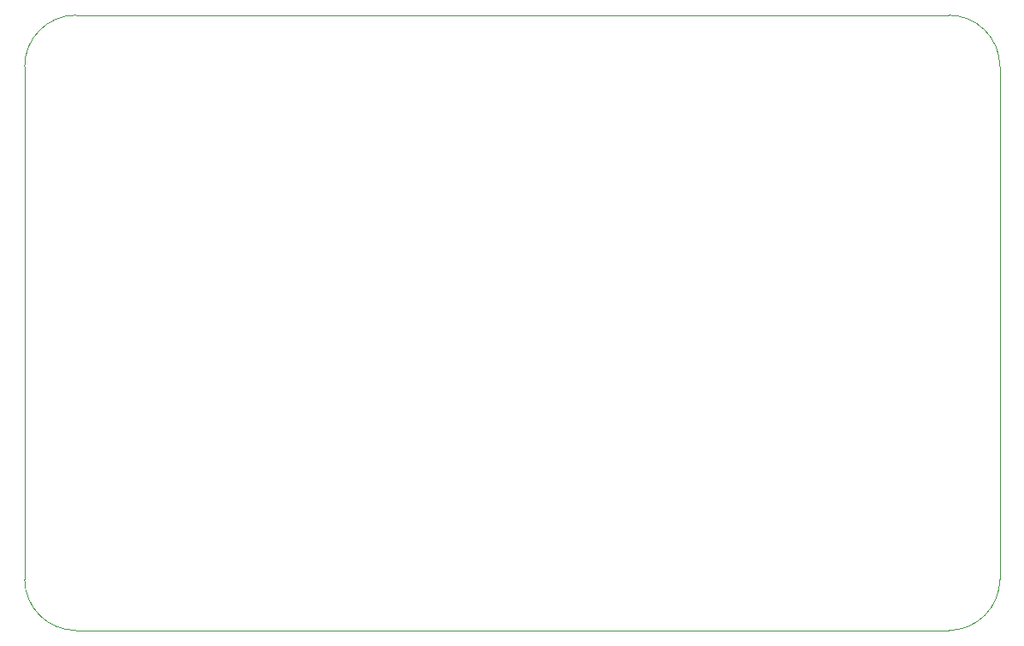
<source format=gbr>
%TF.GenerationSoftware,KiCad,Pcbnew,(5.1.6)-1*%
%TF.CreationDate,2020-10-11T10:25:28+02:00*%
%TF.ProjectId,CaptureTheFlag,43617074-7572-4655-9468-65466c61672e,rev?*%
%TF.SameCoordinates,Original*%
%TF.FileFunction,Profile,NP*%
%FSLAX46Y46*%
G04 Gerber Fmt 4.6, Leading zero omitted, Abs format (unit mm)*
G04 Created by KiCad (PCBNEW (5.1.6)-1) date 2020-10-11 10:25:28*
%MOMM*%
%LPD*%
G01*
G04 APERTURE LIST*
%TA.AperFunction,Profile*%
%ADD10C,0.050000*%
%TD*%
G04 APERTURE END LIST*
D10*
X114300000Y-88900000D02*
G75*
G02*
X119380000Y-83820000I5080000J0D01*
G01*
X205740000Y-83820000D02*
G75*
G02*
X210820000Y-88900000I0J-5080000D01*
G01*
X210820000Y-139700000D02*
G75*
G02*
X205740000Y-144780000I-5080000J0D01*
G01*
X119380000Y-144780000D02*
G75*
G02*
X114300000Y-139700000I0J5080000D01*
G01*
X114300000Y-88900000D02*
X114300000Y-139700000D01*
X205740000Y-83820000D02*
X119380000Y-83820000D01*
X210820000Y-139700000D02*
X210820000Y-88900000D01*
X119380000Y-144780000D02*
X205740000Y-144780000D01*
M02*

</source>
